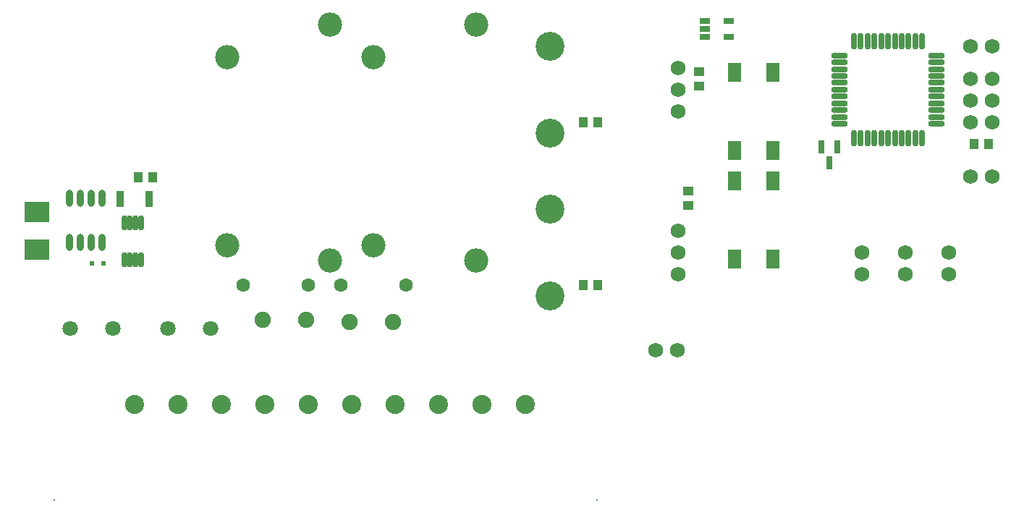
<source format=gts>
G04 Layer_Color=8388736*
%FSLAX24Y24*%
%MOIN*%
G70*
G01*
G75*
%ADD47R,0.0237X0.0237*%
%ADD48R,0.0316X0.0631*%
%ADD49O,0.0316X0.0789*%
%ADD50R,0.0454X0.0395*%
%ADD51R,0.0395X0.0454*%
%ADD52R,0.0631X0.0907*%
%ADD53R,0.0513X0.0316*%
%ADD54O,0.0297X0.0769*%
%ADD55O,0.0769X0.0297*%
%ADD56O,0.0257X0.0710*%
%ADD57R,0.1160X0.0930*%
%ADD58R,0.0336X0.0769*%
%ADD59C,0.0080*%
%ADD60C,0.1117*%
%ADD61C,0.0631*%
%ADD62C,0.0680*%
%ADD63C,0.0749*%
%ADD64C,0.0879*%
%ADD65C,0.1330*%
%ADD66C,0.0710*%
D47*
X4576Y13013D02*
D03*
X4024D02*
D03*
D48*
X38000Y17626D02*
D03*
X37626Y18374D02*
D03*
X38374D02*
D03*
D49*
X3000Y13953D02*
D03*
X3500D02*
D03*
X4000D02*
D03*
X4500D02*
D03*
X3000Y16000D02*
D03*
X3500D02*
D03*
X4000D02*
D03*
X4500D02*
D03*
D50*
X31500Y15665D02*
D03*
Y16335D02*
D03*
X32000Y21165D02*
D03*
Y21835D02*
D03*
D51*
X45335Y18500D02*
D03*
X44665D02*
D03*
X6835Y16965D02*
D03*
X6165D02*
D03*
X26665Y12000D02*
D03*
X27335D02*
D03*
X26665Y19500D02*
D03*
X27335D02*
D03*
D52*
X35382Y16791D02*
D03*
X33618D02*
D03*
Y13209D02*
D03*
X35382D02*
D03*
X33618Y18209D02*
D03*
X35382D02*
D03*
Y21791D02*
D03*
X33618D02*
D03*
D53*
X33351Y23426D02*
D03*
Y24174D02*
D03*
X32249D02*
D03*
Y23800D02*
D03*
Y23426D02*
D03*
D54*
X39125Y18776D02*
D03*
X39440D02*
D03*
X39755D02*
D03*
X40070D02*
D03*
X40385D02*
D03*
X40700D02*
D03*
X41015D02*
D03*
X41330D02*
D03*
X41645D02*
D03*
X41960D02*
D03*
X42275D02*
D03*
Y23224D02*
D03*
X41960D02*
D03*
X41645D02*
D03*
X41330D02*
D03*
X41015D02*
D03*
X40700D02*
D03*
X40385D02*
D03*
X40070D02*
D03*
X39755D02*
D03*
X39440D02*
D03*
X39125D02*
D03*
D55*
X42924Y19425D02*
D03*
Y19740D02*
D03*
Y20055D02*
D03*
Y20370D02*
D03*
Y20685D02*
D03*
Y21000D02*
D03*
Y21315D02*
D03*
Y21630D02*
D03*
Y21945D02*
D03*
Y22260D02*
D03*
Y22575D02*
D03*
X38476D02*
D03*
Y22260D02*
D03*
Y21945D02*
D03*
Y21630D02*
D03*
Y21315D02*
D03*
Y21000D02*
D03*
Y20685D02*
D03*
Y20370D02*
D03*
Y20055D02*
D03*
Y19740D02*
D03*
Y19425D02*
D03*
D56*
X5516Y13166D02*
D03*
X5772D02*
D03*
X6028D02*
D03*
X6284D02*
D03*
X5516Y14859D02*
D03*
X5772D02*
D03*
X6028D02*
D03*
X6284D02*
D03*
D57*
X1500Y13630D02*
D03*
Y15370D02*
D03*
D58*
X6679Y15965D02*
D03*
X5321D02*
D03*
D59*
X27300Y2100D02*
D03*
X2300D02*
D03*
D60*
X17000Y13839D02*
D03*
Y22500D02*
D03*
X21724Y13130D02*
D03*
Y23996D02*
D03*
X15000Y24000D02*
D03*
Y13134D02*
D03*
X10276Y22504D02*
D03*
Y13843D02*
D03*
D61*
X13996Y12000D02*
D03*
X11004D02*
D03*
X15504D02*
D03*
X18496D02*
D03*
D62*
X31000Y9000D02*
D03*
X30000D02*
D03*
X45500Y21500D02*
D03*
Y20500D02*
D03*
Y19500D02*
D03*
X44500Y21500D02*
D03*
Y20500D02*
D03*
Y19500D02*
D03*
X45500Y17000D02*
D03*
X44500D02*
D03*
X45500Y23000D02*
D03*
X44500D02*
D03*
X31043Y22000D02*
D03*
Y20000D02*
D03*
Y21000D02*
D03*
Y14500D02*
D03*
Y12500D02*
D03*
Y13500D02*
D03*
X43500Y12500D02*
D03*
Y13500D02*
D03*
X41500Y12500D02*
D03*
Y13500D02*
D03*
X39500Y12500D02*
D03*
Y13500D02*
D03*
D63*
X11900Y10400D02*
D03*
X13888D02*
D03*
X15900Y10300D02*
D03*
X17888D02*
D03*
D64*
X6000Y6500D02*
D03*
X8000D02*
D03*
X10000D02*
D03*
X12000D02*
D03*
X14000D02*
D03*
X16000D02*
D03*
X18000D02*
D03*
X20000D02*
D03*
X22000D02*
D03*
X24000D02*
D03*
D65*
X25143Y23000D02*
D03*
Y19000D02*
D03*
Y15500D02*
D03*
Y11500D02*
D03*
D66*
X7516Y10000D02*
D03*
X9484D02*
D03*
X3016D02*
D03*
X4984D02*
D03*
M02*

</source>
